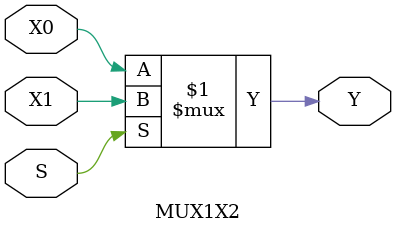
<source format=v>
`timescale 1ns / 1ps

module MUX1X2 (
    input X1, X0,
    input S,
    output wire Y
);
    assign Y = S ? X1 : X0;
endmodule
</source>
